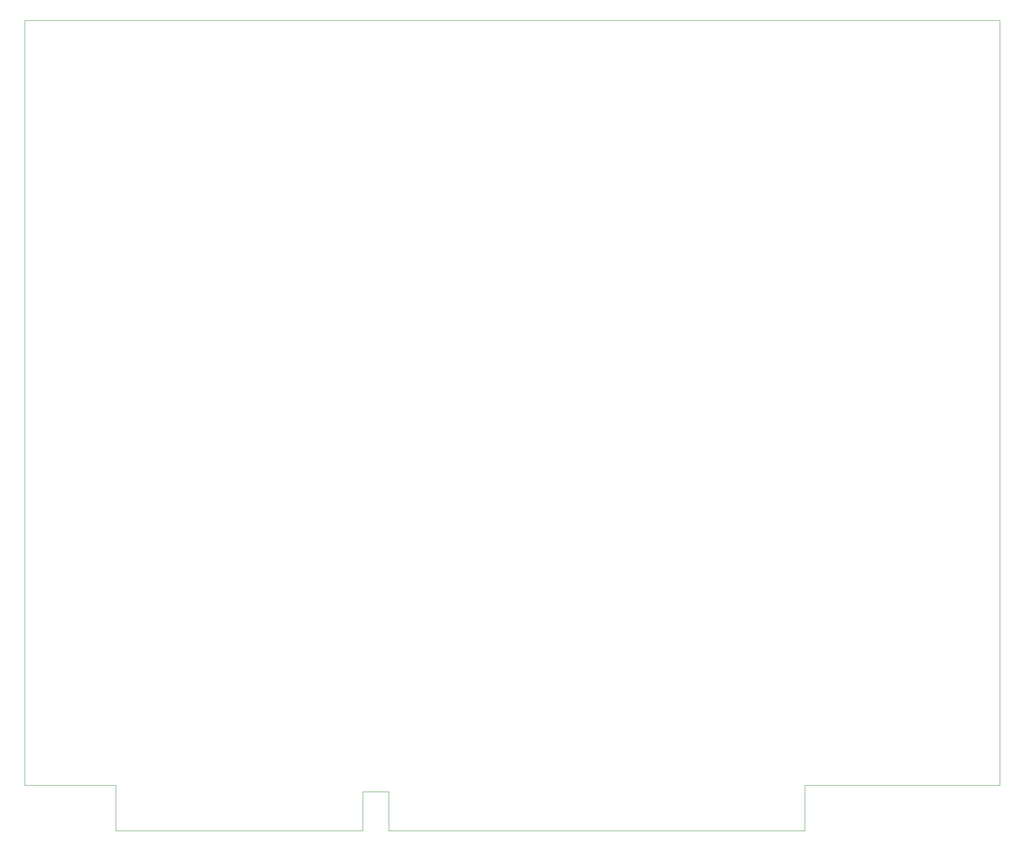
<source format=gbr>
%TF.GenerationSoftware,KiCad,Pcbnew,5.1.6-c6e7f7d~86~ubuntu18.04.1*%
%TF.CreationDate,2021-02-20T22:43:29+08:00*%
%TF.ProjectId,68k_dev,36386b5f-6465-4762-9e6b-696361645f70,rev?*%
%TF.SameCoordinates,Original*%
%TF.FileFunction,Profile,NP*%
%FSLAX46Y46*%
G04 Gerber Fmt 4.6, Leading zero omitted, Abs format (unit mm)*
G04 Created by KiCad (PCBNEW 5.1.6-c6e7f7d~86~ubuntu18.04.1) date 2021-02-20 22:43:29*
%MOMM*%
%LPD*%
G01*
G04 APERTURE LIST*
%TA.AperFunction,Profile*%
%ADD10C,0.050000*%
%TD*%
G04 APERTURE END LIST*
D10*
X97663000Y-159512000D02*
X79883000Y-159512000D01*
X97663000Y-168402000D02*
X97663000Y-159512000D01*
X145923000Y-168402000D02*
X97663000Y-168402000D01*
X145923000Y-160782000D02*
X145923000Y-168402000D01*
X151003000Y-160782000D02*
X145923000Y-160782000D01*
X151003000Y-168402000D02*
X151003000Y-160782000D01*
X232283000Y-168402000D02*
X151003000Y-168402000D01*
X232283000Y-159512000D02*
X232283000Y-168402000D01*
X233553000Y-159512000D02*
X232283000Y-159512000D01*
X79883000Y-10000000D02*
X79883000Y-159512000D01*
X270383000Y-10000000D02*
X79883000Y-10000000D01*
X270383000Y-159512000D02*
X270383000Y-10000000D01*
X233553000Y-159512000D02*
X270383000Y-159512000D01*
M02*

</source>
